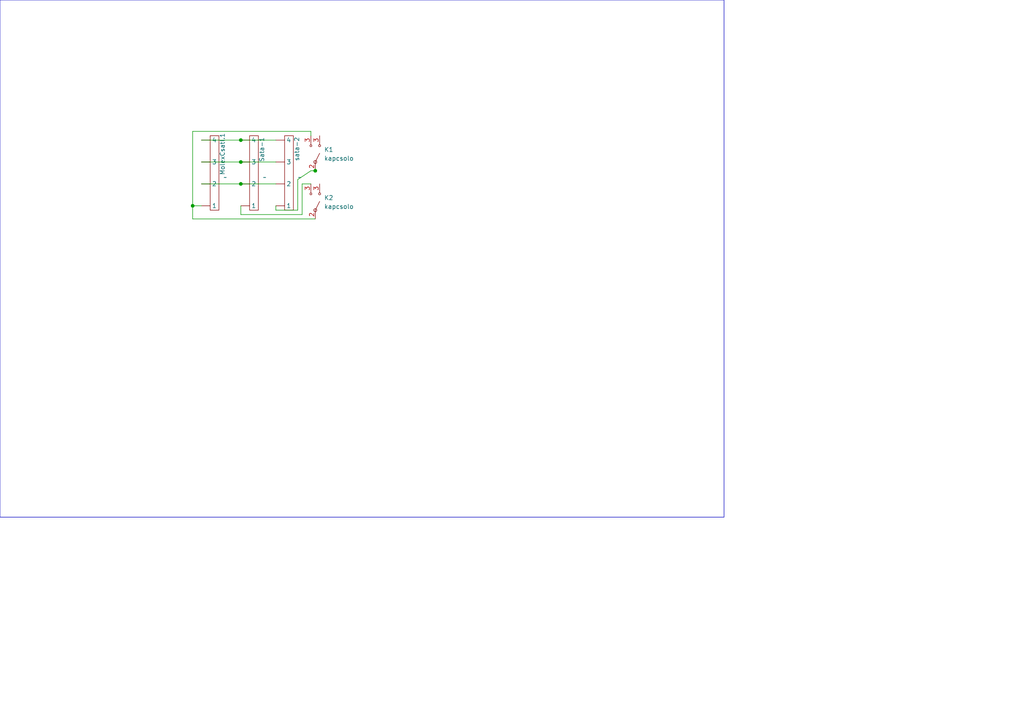
<source format=kicad_sch>
(kicad_sch (version 20231120) (generator "eeschema") (generator_version "8.0")
  (paper "A4")
  (lib_symbols
    (symbol "000_Device:negypolus_a"
      (property "Reference" "np" (at 0 0 0))
      (symbol "negypolus_a_0_1"
        (rectangle (start 1.27 2.54) (end 3.81 -19.05))
      )
      (symbol "negypolus_a_1_1"
        (pin passive line (at -1.27 -17.78 0) (length 2.54) (name "1") (number ""))
        (pin passive line (at -1.27 -11.43 0) (length 2.54) (name "2") (number ""))
        (pin passive line (at -1.27 -5.08 0) (length 2.54) (name "3") (number ""))
        (pin passive line (at -1.27 1.27 0) (length 2.54) (name "4") (number ""))
      )
    )
    (symbol "kapcsolo_1" (pin_names hide)
      (property "Reference" "K2" (at -2.54 -2.5399 0))
      (property "Value" "kapcsolo" (at -4.064 -4.826 0))
      (symbol "kapcsolo_1_0_1"
        (circle (center -3.81 -1.6256) (radius 0.2794))
        (circle (center -2.54 -6.35) (radius 0.4419))
        (polyline (pts (xy -2.54 -6.35) (xy -1.27 -3.81) (xy -1.27 -3.81) (xy -1.27 -3.81)))
      )
      (symbol "kapcsolo_1_1_1"
        (circle (center -1.2861 -1.6143) (radius 0.3047))
        (pin passive line (at -2.54 -8.89 90) (length 2.54) (name "A") (number "2"))
        (pin passive line (at -3.81 1.27 270) (length 2.54) (name "B") (number "3"))
        (pin passive line (at -1.27 1.27 270) (length 2.54) (name "B") (number "3"))
      )
    )
  )
  (junction (at 69.85 40.64))
  (junction (at 55.88 59.69))
  (junction (at 69.85 46.99))
  (junction (at 69.85 53.34))
  (junction (at 91.44 49.53))
  (wire (pts (xy 69.85 53.34) (xy 80.01 53.34)))
  (wire (pts (xy 87.63 53.34) (xy 87.63 62.23)))
  (wire (pts (xy 58.42 46.99) (xy 69.85 46.99)))
  (wire (pts (xy 69.85 62.23) (xy 69.85 59.69)))
  (wire (pts (xy 80.01 60.96) (xy 80.01 59.69)))
  (wire (pts (xy 69.85 46.99) (xy 80.01 46.99)))
  (wire (pts (xy 55.88 63.5) (xy 91.44 63.5)))
  (wire (pts (xy 80.01 40.64) (xy 69.85 40.64)))
  (wire (pts (xy 87.63 53.34) (xy 90.17 53.34)))
  (wire (pts (xy 86.36 52.07) (xy 86.36 60.96)))
  (wire (pts (xy 55.88 59.69) (xy 55.88 63.5)))
  (wire (pts (xy 90.17 38.1) (xy 90.17 39.37)))
  (wire (pts (xy 90.17 38.1) (xy 55.88 38.1)))
  (wire (pts (xy 87.63 62.23) (xy 69.85 62.23)))
  (wire (pts (xy 91.44 49.53) (xy 91.4654 49.53)))
  (wire (pts (xy 58.42 53.34) (xy 69.85 53.34)))
  (wire (pts (xy 58.42 40.64) (xy 69.85 40.64)))
  (wire (pts (xy 90.17 49.53) (xy 91.44 49.53)))
  (wire (pts (xy 55.88 59.69) (xy 55.88 38.1)))
  (wire (pts (xy 58.42 59.69) (xy 55.88 59.69)))
  (wire (pts (xy 90.17 49.53) (xy 86.36 52.07)))
  (wire (pts (xy 86.36 60.96) (xy 80.01 60.96)))
  (rectangle (start 0 0) (end 210 150))
  (symbol (lib_name "000_Device:negypolus_a") (lib_id "000_Device:negypolus_a") (at 81.28 41.91 0) (unit 1)
    (property "Reference" "sata-2" (at 86.106 46.736 90) (effects (justify left)))
    (property "Value" "~" (at 86.36 51.435 0) (effects (justify left)))
    (property "Footprint" "000_Other_Device:Negypolus_a" (effects (hide yes)))
  )
  (symbol (lib_name "000_Device:negypolus_a") (lib_id "000_Device:negypolus_a") (at 71.12 41.91 0) (unit 1)
    (property "Reference" "Sata-1" (at 75.946 46.99 90) (effects (justify left)))
    (property "Value" "~" (at 76.2 51.435 0) (effects (justify left)))
    (property "Footprint" "000_Other_Device:Negypolus_a" (effects (hide yes)))
  )
  (symbol (lib_name "000_Device:negypolus_a") (lib_id "000_Device:negypolus_a") (at 59.69 41.91 0) (unit 1)
    (property "Reference" "MolexCsatl.1" (at 64.516 50.8 90) (effects (justify left)))
    (property "Value" "~" (at 64.77 51.435 0) (effects (justify left)))
    (property "Footprint" "000_Other_Device:Negypolus_a" (effects (hide yes)))
  )
  (symbol (lib_name "kapcsolo_1") (lib_id "000_Device:kapcsolo") (at 93.98 54.61 0) (unit 1)
    (property "Reference" "K2" (at 94.0054 57.3708 0) (effects (justify left)))
    (property "Value" "kapcsolo" (at 94.0054 59.9108 0) (effects (justify left)))
    (property "Footprint" "000_Other_Device:kapcsolo" (effects (hide yes)))
  )
  (symbol (lib_name "kapcsolo_1") (lib_id "000_Device:kapcsolo") (at 93.98 40.64 0) (unit 1)
    (property "Reference" "K1" (at 94.0054 43.4008 0) (effects (justify left)))
    (property "Value" "kapcsolo" (at 94.0054 45.9408 0) (effects (justify left)))
    (property "Footprint" "000_Other_Device:kapcsolo" (effects (hide yes)))
  )
)
</source>
